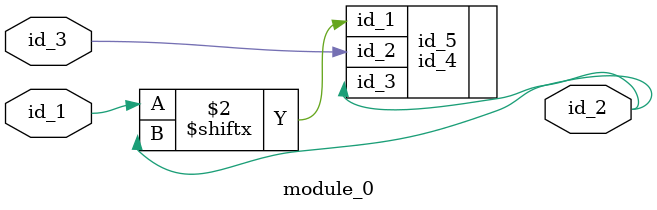
<source format=v>
module module_0 (
    id_1,
    id_2,
    id_3
);
  input id_3;
  output id_2;
  input id_1;
  id_4 id_5 (
      .id_1(id_3[id_1]),
      .id_2(id_3),
      .id_3(id_2),
      .id_1(id_2),
      .id_1(id_1[id_2])
  );
endmodule

</source>
